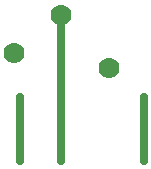
<source format=gbl>
G04 #@! TF.FileFunction,Copper,L2,Bot,Signal*
%FSLAX46Y46*%
G04 Gerber Fmt 4.6, Leading zero omitted, Abs format (unit mm)*
G04 Created by KiCad (PCBNEW 4.0.7-e2-6376~58~ubuntu16.04.1) date Sat Apr 28 09:03:37 2018*
%MOMM*%
%LPD*%
G01*
G04 APERTURE LIST*
%ADD10C,0.100000*%
%ADD11C,1.778000*%
%ADD12C,0.609600*%
%ADD13C,0.635000*%
G04 APERTURE END LIST*
D10*
D11*
X139700000Y-114300000D03*
X135700000Y-117550000D03*
X143700000Y-118800000D03*
D12*
X139700000Y-121300000D03*
X146700000Y-121300000D03*
X136200000Y-121300000D03*
D13*
X139700000Y-121300000D02*
X139700000Y-126700000D01*
X139700000Y-120300000D02*
X139700000Y-121300000D01*
X139700000Y-114300000D02*
X139700000Y-119100000D01*
X139700000Y-119100000D02*
X139700000Y-120300000D01*
X146700000Y-121300000D02*
X146700000Y-126700000D01*
X136200000Y-121300000D02*
X136200000Y-126700000D01*
M02*

</source>
